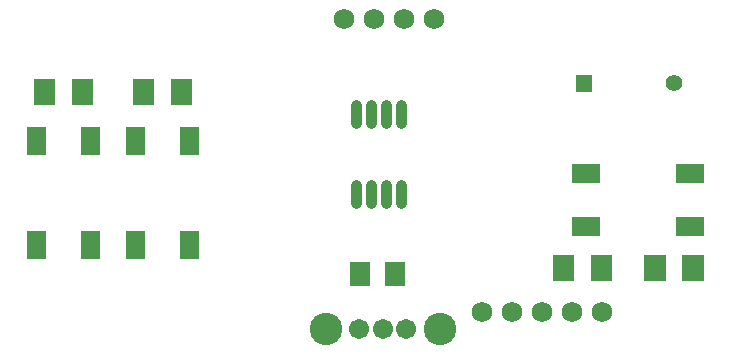
<source format=gts>
G04 Layer: TopSolderMaskLayer*
G04 EasyEDA v6.3.22, 2020-04-03T23:48:27+02:00*
G04 c84acfee6ada4594b27f9e032ef05081,b454bf58618a4ea094e2924ff918fcb0,10*
G04 Gerber Generator version 0.2*
G04 Scale: 100 percent, Rotated: No, Reflected: No *
G04 Dimensions in millimeters *
G04 leading zeros omitted , absolute positions ,3 integer and 3 decimal *
%FSLAX33Y33*%
%MOMM*%
G90*
G71D02*

%ADD31C,0.903199*%
%ADD32C,1.727200*%
%ADD36C,1.403198*%
%ADD37C,1.703197*%
%ADD38C,2.743200*%

%LPD*%
G54D31*
G01X31588Y17127D02*
G01X31588Y15627D01*
G01X32858Y17127D02*
G01X32858Y15627D01*
G01X34128Y17127D02*
G01X34128Y15627D01*
G01X35398Y17127D02*
G01X35398Y15627D01*
G01X31588Y23928D02*
G01X31588Y22428D01*
G01X32858Y23928D02*
G01X32858Y22428D01*
G01X34128Y23928D02*
G01X34128Y22428D01*
G01X35398Y23928D02*
G01X35398Y22428D01*
G54D32*
G01X42256Y6411D03*
G01X44796Y6379D03*
G01X47336Y6379D03*
G01X49876Y6379D03*
G01X52416Y6379D03*
G36*
G01X51464Y9023D02*
G01X51464Y11228D01*
G01X53267Y11228D01*
G01X53267Y9023D01*
G01X51464Y9023D01*
G37*
G36*
G01X48264Y9023D02*
G01X48264Y11228D01*
G01X50067Y11228D01*
G01X50067Y9023D01*
G01X48264Y9023D01*
G37*
G36*
G01X34040Y8617D02*
G01X34040Y10618D01*
G01X35741Y10618D01*
G01X35741Y8617D01*
G01X34040Y8617D01*
G37*
G36*
G01X31040Y8617D02*
G01X31040Y10618D01*
G01X32742Y10618D01*
G01X32742Y8617D01*
G01X31040Y8617D01*
G37*
G36*
G01X59211Y9023D02*
G01X59211Y11228D01*
G01X61014Y11228D01*
G01X61014Y9023D01*
G01X59211Y9023D01*
G37*
G36*
G01X56011Y9023D02*
G01X56011Y11228D01*
G01X57814Y11228D01*
G01X57814Y9023D01*
G01X56011Y9023D01*
G37*
G36*
G01X4317Y23946D02*
G01X4317Y26150D01*
G01X6120Y26150D01*
G01X6120Y23946D01*
G01X4317Y23946D01*
G37*
G36*
G01X7517Y23946D02*
G01X7517Y26150D01*
G01X9320Y26150D01*
G01X9320Y23946D01*
G01X7517Y23946D01*
G37*
G36*
G01X12699Y23946D02*
G01X12699Y26150D01*
G01X14502Y26150D01*
G01X14502Y23946D01*
G01X12699Y23946D01*
G37*
G36*
G01X15899Y23946D02*
G01X15899Y26150D01*
G01X17702Y26150D01*
G01X17702Y23946D01*
G01X15899Y23946D01*
G37*
G36*
G01X50202Y25045D02*
G01X50202Y26448D01*
G01X51604Y26448D01*
G01X51604Y25045D01*
G01X50202Y25045D01*
G37*
G54D36*
G01X58502Y25746D03*
G54D37*
G01X33874Y4918D03*
G54D38*
G01X38675Y4918D03*
G01X29074Y4918D03*
G54D37*
G01X31868Y4918D03*
G01X35779Y4918D03*
G36*
G01X3773Y19673D02*
G01X3773Y22076D01*
G01X5376Y22076D01*
G01X5376Y19673D01*
G01X3773Y19673D01*
G37*
G36*
G01X3773Y10875D02*
G01X3773Y13278D01*
G01X5376Y13278D01*
G01X5376Y10875D01*
G01X3773Y10875D01*
G37*
G36*
G01X8271Y10875D02*
G01X8271Y13278D01*
G01X9874Y13278D01*
G01X9874Y10875D01*
G01X8271Y10875D01*
G37*
G36*
G01X8271Y19673D02*
G01X8271Y22076D01*
G01X9874Y22076D01*
G01X9874Y19673D01*
G01X8271Y19673D01*
G37*
G36*
G01X12155Y19673D02*
G01X12155Y22076D01*
G01X13758Y22076D01*
G01X13758Y19673D01*
G01X12155Y19673D01*
G37*
G36*
G01X12155Y10875D02*
G01X12155Y13278D01*
G01X13758Y13278D01*
G01X13758Y10875D01*
G01X12155Y10875D01*
G37*
G36*
G01X16653Y10875D02*
G01X16653Y13278D01*
G01X18256Y13278D01*
G01X18256Y10875D01*
G01X16653Y10875D01*
G37*
G36*
G01X16653Y19673D02*
G01X16653Y22076D01*
G01X18256Y22076D01*
G01X18256Y19673D01*
G01X16653Y19673D01*
G37*
G36*
G01X58662Y17288D02*
G01X58662Y18891D01*
G01X61065Y18891D01*
G01X61065Y17288D01*
G01X58662Y17288D01*
G37*
G36*
G01X49864Y17288D02*
G01X49864Y18891D01*
G01X52267Y18891D01*
G01X52267Y17288D01*
G01X49864Y17288D01*
G37*
G36*
G01X49864Y12790D02*
G01X49864Y14393D01*
G01X52267Y14393D01*
G01X52267Y12790D01*
G01X49864Y12790D01*
G37*
G36*
G01X58662Y12790D02*
G01X58662Y14393D01*
G01X61065Y14393D01*
G01X61065Y12790D01*
G01X58662Y12790D01*
G37*
G54D32*
G01X38192Y31207D03*
G01X35652Y31207D03*
G01X33112Y31207D03*
G01X30572Y31207D03*
M00*
M02*

</source>
